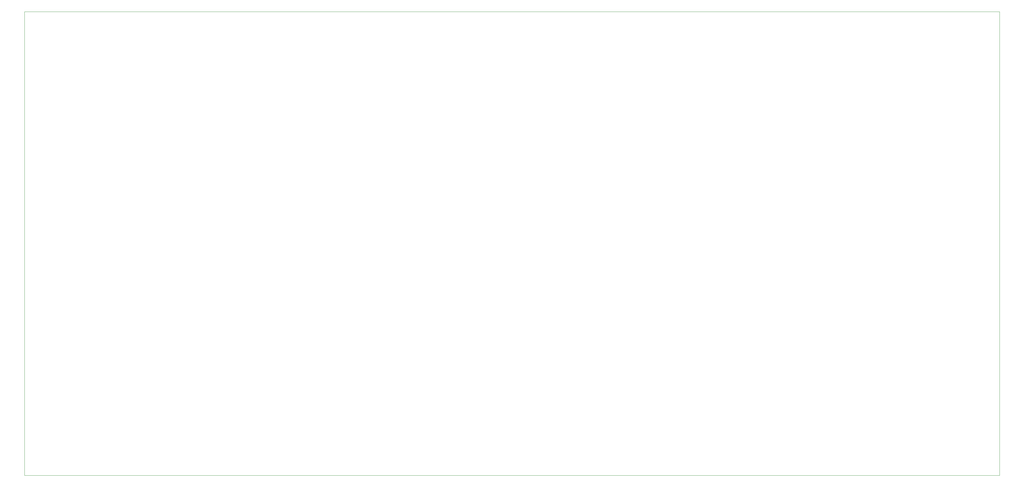
<source format=gbr>
G04 #@! TF.GenerationSoftware,KiCad,Pcbnew,(5.1.2)-1*
G04 #@! TF.CreationDate,2019-10-14T05:56:34-04:00*
G04 #@! TF.ProjectId,HP_9915A_Keyboard,48505f39-3931-4354-915f-4b6579626f61,rev?*
G04 #@! TF.SameCoordinates,Original*
G04 #@! TF.FileFunction,Profile,NP*
%FSLAX46Y46*%
G04 Gerber Fmt 4.6, Leading zero omitted, Abs format (unit mm)*
G04 Created by KiCad (PCBNEW (5.1.2)-1) date 2019-10-14 05:56:34*
%MOMM*%
%LPD*%
G04 APERTURE LIST*
%ADD10C,0.050000*%
G04 APERTURE END LIST*
D10*
X63000000Y-63500000D02*
X360000000Y-63500000D01*
X360000000Y-205000000D02*
X360000000Y-63500000D01*
X63000000Y-205000000D02*
X360000000Y-205000000D01*
X63000000Y-63500000D02*
X63000000Y-205000000D01*
M02*

</source>
